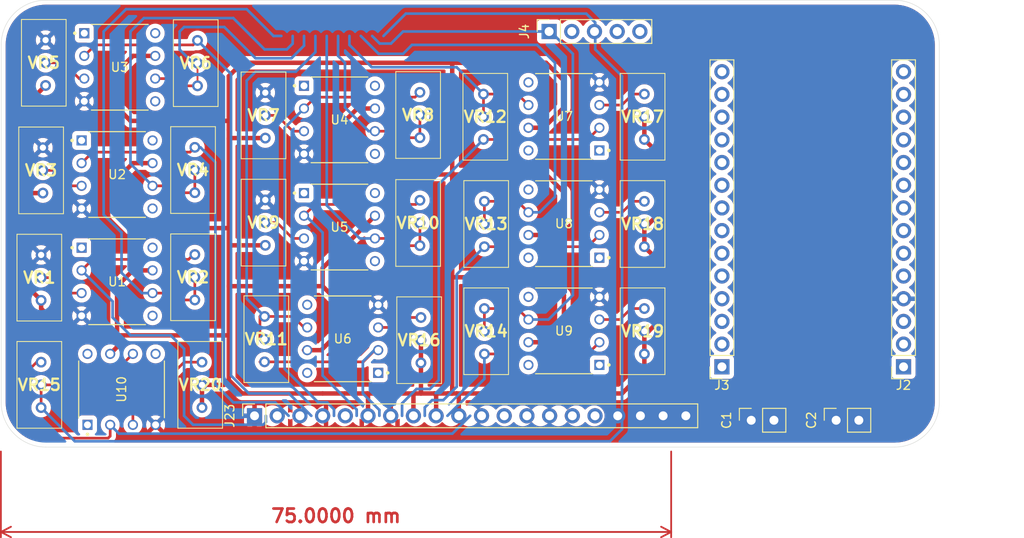
<source format=kicad_pcb>
(kicad_pcb (version 20240108) (generator "pcbnew") (generator_version "8.0")
  (layers (0 "F.Cu" signal) (31 "B.Cu" signal) (34 "B.Paste" user) (35 "F.Paste" user) (36 "B.SilkS" user "B.Silkscreen") (37 "F.SilkS" user "F.Silkscreen") (38 "B.Mask" user) (39 "F.Mask" user) (44 "Edge.Cuts" user))
  (net 0 "")
  (net 1 "+5V")
  (net 2 "GND")
  (net 5 "Net-(U1-NON-INV_INPUT)")
  (net 8 "Net-(U2-NON-INV_INPUT)")
  (net 9 "Net-(U3-NON-INV_INPUT)")
  (net 12 "Net-(U4-NON-INV_INPUT)")
  (net 16 "Net-(U5-NON-INV_INPUT)")
  (net 28 "/A4")
  (net 29 "/A9")
  (net 30 "/A3")
  (net 31 "/A1")
  (net 32 "/A10")
  (net 33 "/A5")
  (net 34 "/A7")
  (net 35 "/A2")
  (net 36 "/A6")
  (net 37 "/A8")
  (net 38 "/Flex3")
  (net 39 "/Force4")
  (net 40 "/Force3")
  (net 41 "/Force1")
  (net 42 "/Force2")
  (net 43 "/Flex1")
  (net 44 "/Flex2")
  (net 45 "/Force5")
  (net 46 "/Flex5")
  (net 47 "/Flex4")
  (net 48 "Net-(U6-NON-INV_INPUT)")
  (net 49 "Net-(U7-NON-INV_INPUT)")
  (net 50 "Net-(U9-NON-INV_INPUT)")
  (net 51 "Net-(U10-NON-INV_INPUT)")
  (net 52 "Net-(U8-NON-INV_INPUT)")
  (footprint "KiCad:T93YA5K10" (layer "F.Cu") (at 154.3 108.04 180)
    (property "Reference" "VR14")
    (property "Value" "T93YA104KT20" (hide yes))
  )
  (footprint "KiCad:T93YA5K10" (layer "F.Cu") (at 104.3 102.04)
    (property "Reference" "VR1")
    (property "Value" "T93YA104KT20" (hide yes))
  )
  (footprint "AOP:DIP794W45P254L959H508Q8" (layer "F.Cu") (at 137.885 96.385)
    (property "Reference" "U5")
    (property "Value" "LM741CN_NOPB")
  )
  (footprint "KiCad:T93YA5K10" (layer "F.Cu") (at 154.2 84.04 180)
    (property "Reference" "VR12")
    (property "Value" "T93YA104KT20" (hide yes))
  )
  (footprint "KiCad:T93YA5K10" (layer "F.Cu") (at 146.685 83.845)
    (property "Reference" "VR8")
    (property "Value" "T93YA104KT20" (hide yes))
  )
  (footprint "AOP:DIP794W45P254L959H508Q8" (layer "F.Cu") (at 137.885 84.385)
    (property "Reference" "U4")
    (property "Value" "LM741CN_NOPB")
  )
  (footprint "KiCad:T93YA5K10" (layer "F.Cu") (at 104.8 78)
    (property "Reference" "VR5")
    (property "Value" "T93YA104KT20" (hide yes))
  )
  (footprint "AOP:DIP794W45P254L959H508Q8" (layer "F.Cu") (at 113.5 114.54 90)
    (property "Reference" "U10")
    (property "Value" "LM741CN_NOPB")
  )
  (footprint "KiCad:T93YA5K10" (layer "F.Cu") (at 104.3 114.04)
    (property "Reference" "VR15")
    (property "Value" "T93YA104KT20" (hide yes))
  )
  (footprint "KiCad:T93YA5K10" (layer "F.Cu") (at 104.5 90.04)
    (property "Reference" "VR3")
    (property "Value" "T93YA104KT20" (hide yes))
  )
  (footprint "AOP:DIP794W45P254L959H508Q8" (layer "F.Cu") (at 138.25 108.885 180)
    (property "Reference" "U6")
    (property "Value" "LM741CN_NOPB")
  )
  (footprint "AOP:DIP794W45P254L959H508Q8" (layer "F.Cu") (at 163 108 180)
    (property "Reference" "U9")
    (property "Value" "LM741CN_NOPB")
  )
  (footprint "KiCad:T93YA5K10" (layer "F.Cu") (at 121.5 102)
    (property "Reference" "VR2")
    (property "Value" "T93YA104KT20" (hide yes))
  )
  (footprint "AOP:DIP794W45P254L959H508Q8" (layer "F.Cu") (at 163 84 180)
    (property "Reference" "U7")
    (property "Value" "LM741CN_NOPB")
  )
  (footprint "KiCad:T93YA5K10" (layer "F.Cu") (at 146.8 109.04)
    (property "Reference" "VR16")
    (property "Value" "T93YA104KT20" (hide yes))
  )
  (footprint "KiCad:T93YA5K10" (layer "F.Cu") (at 171.8 108.04)
    (property "Reference" "VR19")
    (property "Value" "T93YA104KT20" (hide yes))
  )
  (footprint "KiCad:T93YA5K10" (layer "F.Cu") (at 129.7 108.925 180)
    (property "Reference" "VR11")
    (property "Value" "T93YA104KT20" (hide yes))
  )
  (footprint "KiCad:T93YA5K10" (layer "F.Cu") (at 129.385 95.885)
    (property "Reference" "VR9")
    (property "Value" "T93YA104KT20" (hide yes))
  )
  (footprint "KiCad:T93YA5K10" (layer "F.Cu") (at 146.685 95.925)
    (property "Reference" "VR10")
    (property "Value" "T93YA104KT20" (hide yes))
  )
  (footprint "Connector_PinSocket_2.54mm:PinSocket_1x14_P2.54mm_Vertical" (layer "F.Cu") (at 201 112.02 180)
    (property "Reference" "J2")
    (property "Value" "Conn_01x14_Socket")
  )
  (footprint "KiCad:T93YA5K10" (layer "F.Cu") (at 122.3 114.04)
    (property "Reference" "VR20")
    (property "Value" "T93YA104KT20" (hide yes))
  )
  (footprint "Connector_PinSocket_2.54mm:PinSocket_1x14_P2.54mm_Vertical" (layer "F.Cu") (at 180.68 112.02 180)
    (property "Reference" "J3")
    (property "Value" "Conn_01x14_Socket")
  )
  (footprint "KiCad:T93YA5K10" (layer "F.Cu") (at 129.385 83.885)
    (property "Reference" "VR7")
    (property "Value" "T93YA104KT20" (hide yes))
  )
  (footprint "KiCad:T93YA5K10" (layer "F.Cu") (at 121.8 78.04)
    (property "Reference" "VR6")
    (property "Value" "T93YA104KT20" (hide yes))
  )
  (footprint "KiCad:T93YA5K10" (layer "F.Cu") (at 121.5 90)
    (property "Reference" "VR4")
    (property "Value" "T93YA104KT20" (hide yes))
  )
  (footprint "KiCad:T93YA5K10" (layer "F.Cu") (at 171.8 84.04)
    (property "Reference" "VR17")
    (property "Value" "T93YA104KT20" (hide yes))
  )
  (footprint "Connector_PinSocket_2.54mm:PinSocket_1x20_P2.54mm_Vertical" (layer "F.Cu") (at 128.38 117.5 90)
    (property "Reference" "J23")
    (property "Value" "Conn_01x20_Socket")
  )
  (footprint "AOP:DIP794W45P254L959H508Q8" (layer "F.Cu") (at 113.3 78.5)
    (property "Reference" "U3")
    (property "Value" "LM741CN_NOPB")
  )
  (footprint "KiCad:T93YA5K10" (layer "F.Cu") (at 171.8 96.04)
    (property "Reference" "VR18")
    (property "Value" "T93YA104KT20" (hide yes))
  )
  (footprint "Connector_PinSocket_2.54mm:PinSocket_1x05_P2.54mm_Vertical" (layer "F.Cu") (at 161.34 74.5 90)
    (property "Reference" "J4")
    (property "Value" "Conn_01x05_Socket")
  )
  (footprint "Connector_PinSocket_2.54mm:PinSocket_1x02_P2.54mm_Vertical" (layer "F.Cu") (at 183.96 118 90)
    (property "Reference" "C1")
    (property "Value" "10uF")
  )
  (footprint "AOP:DIP794W45P254L959H508Q8" (layer "F.Cu") (at 113 102.5)
    (property "Reference" "U1")
    (property "Value" "LM741CN_NOPB")
  )
  (footprint "KiCad:T93YA5K10" (layer "F.Cu") (at 154.3 96.04 180)
    (property "Reference" "VR13")
    (property "Value" "T93YA104KT20" (hide yes))
  )
  (footprint "AOP:DIP794W45P254L959H508Q8" (layer "F.Cu") (at 163 96 180)
    (property "Reference" "U8")
    (property "Value" "LM741CN_NOPB")
  )
  (footprint "Connector_PinSocket_2.54mm:PinSocket_1x02_P2.54mm_Vertical" (layer "F.Cu") (at 193.46 118 90)
    (property "Reference" "C2")
    (property "Value" "100nF")
  )
  (footprint "AOP:DIP794W45P254L959H508Q8" (layer "F.Cu") (at 113 90.5)
    (property "Reference" "U2")
    (property "Value" "LM741CN_NOPB")
  )
  (gr_line (start 105.035534 121) (end 200 121) (stroke (width 0.05)) (layer "Edge.Cuts"))
  (gr_line (start 200 71) (end 105.035534 71) (stroke (width 0.05)) (layer "Edge.Cuts"))
  (gr_arc (start 200 71) (mid 203.535534 72.464466) (end 205 76) (stroke (width 0.05)) (layer "Edge.Cuts"))
  (gr_line (start 100.035534 116) (end 100.035534 76) (stroke (width 0.05)) (layer "Edge.Cuts"))
  (gr_arc (start 100.035534 76) (mid 101.5 72.464466) (end 105.035534 71) (stroke (width 0.05)) (layer "Edge.Cuts"))
  (gr_arc (start 105.035534 121) (mid 101.5 119.535534) (end 100.035534 116) (stroke (width 0.05)) (layer "Edge.Cuts"))
  (gr_line (start 205 76) (end 205 116) (stroke (width 0.05)) (layer "Edge.Cuts"))
  (gr_arc (start 205 116) (mid 203.535534 119.535534) (end 200 121) (stroke (width 0.05)) (layer "Edge.Cuts"))
  (dimension (type aligned) (layer "F.Cu") (pts (xy 100 121) (xy 175 121)) (height 9.5) (gr_text "75,0000 mm" (at 137.5 128.7 0) (layer "F.Cu") (effects (font (size 1.5 1.5) (thickness 0.3)))) (format (prefix "") (suffix "") (units 3) (units_format 1) (precision 4)) (style (thickness 0.2) (arrow_length 1.27) (text_position_mode 0) (extension_height 0.58642) (extension_offset 0.5) keep_text_aligned))
  (segment (start 125.5 113.5) (end 127 115) (width 0.5) (layer "F.Cu") (net 1))
  (segment (start 161 90.5) (end 163 92.5) (width 0.5) (layer "F.Cu") (net 1))
  (segment (start 138 108) (end 138 105) (width 0.5) (layer "F.Cu") (net 1))
  (segment (start 136 103) (end 125.5 103) (width 0.5) (layer "F.Cu") (net 1))
  (segment (start 172 86.58) (end 172 84.04) (width 0.5) (layer "F.Cu") (net 1))
  (segment (start 114.77 77.23) (end 113 79) (width 0.5) (layer "F.Cu") (net 1))
  (segment (start 105 80.54) (end 102.5 83.04) (width 0.5) (layer "F.Cu") (net 1))
  (segment (start 113 79) (end 113 83) (width 0.5) (layer "F.Cu") (net 1))
  (segment (start 174 88.58) (end 174 94.52) (width 0.5) (layer "F.Cu") (net 1))
  (segment (start 141.855 95.115) (end 136 100.97) (width 0.5) (layer "F.Cu") (net 1))
  (segment (start 136 115) (end 138.5 115) (width 0.5) (layer "F.Cu") (net 1))
  (segment (start 125.5 79.5) (end 127 78) (width 0.5) (layer "F.Cu") (net 1))
  (segment (start 172.48 96.04) (end 172 96.04) (width 0.5) (layer "F.Cu") (net 1))
  (segment (start 150.5 115) (end 150.5 102) (width 0.5) (layer "F.Cu") (net 1))
  (segment (start 107.5 108.5) (end 125.5 108.5) (width 0.5) (layer "F.Cu") (net 1))
  (segment (start 114.77 89.23) (end 113 91) (width 0.5) (layer "F.Cu") (net 1))
  (segment (start 112.23 110.57) (end 113 109.8) (width 0.5) (layer "F.Cu") (net 1))
  (segment (start 150.5 90.5) (end 161 90.5) (width 0.5) (layer "F.Cu") (net 1))
  (segment (start 163 107.5) (end 161.23 109.27) (width 0.5) (layer "F.Cu") (net 1))
  (segment (start 147 115) (end 148.5 115) (width 0.5) (layer "F.Cu") (net 1))
  (segment (start 148.7 117.5) (end 148.7 115.2) (width 0.5) (layer "F.Cu") (net 1))
  (segment (start 102.5 102.58) (end 102.5 102) (width 0.5) (layer "F.Cu") (net 1))
  (segment (start 138 105) (end 136 103) (width 0.5) (layer "F.Cu") (net 1))
  (segment (start 151.24 115.24) (end 151 115) (width 0.5) (layer "F.Cu") (net 1))
  (segment (start 172 98.58) (end 172 96.04) (width 0.5) (layer "F.Cu") (net 1))
  (segment (start 148 78) (end 161 78) (width 0.5) (layer "F.Cu") (net 1))
  (segment (start 125.5 96.5) (end 114.5 96.5) (width 0.5) (layer "F.Cu") (net 1))
  (segment (start 124.96 114.04) (end 125.5 113.5) (width 0.5) (layer "F.Cu") (net 1))
  (segment (start 102.5 92.5) (end 102.58 92.58) (width 0.5) (layer "F.Cu") (net 1))
  (segment (start 113 91) (end 113 95) (width 0.5) (layer "F.Cu") (net 1))
  (segment (start 150 115) (end 150.5 115) (width 0.5) (layer "F.Cu") (net 1))
  (segment (start 125.5 96.5) (end 125.5 103) (width 0.5) (layer "F.Cu") (net 1))
  (segment (start 122.5 114.04) (end 124.96 114.04) (width 0.5) (layer "F.Cu") (net 1))
  (segment (start 136 100.97) (end 136 103) (width 0.5) (layer "F.Cu") (net 1))
  (segment (start 160.73 85.27) (end 159.03 85.27) (width 0.5) (layer "F.Cu") (net 1))
  (segment (start 102.58 92.58) (end 104.7 92.58) (width 0.5) (layer "F.Cu") (net 1))
  (segment (start 174 94.52) (end 172.48 96.04) (width 0.5) (layer "F.Cu") (net 1))
  (segment (start 139.885 83.115) (end 138 85) (width 0.5) (layer "F.Cu") (net 1))
  (segment (start 104.5 105.5) (end 107.5 108.5) (width 0.5) (layer "F.Cu") (net 1))
  (segment (start 147 111.58) (end 147 115) (width 0.5) (layer "F.Cu") (net 1))
  (segment (start 139.5 90.5) (end 150.5 90.5) (width 0.5) (layer "F.Cu") (net 1))
  (segment (start 151.24 117.5) (end 151.24 115.24) (width 0.5) (layer "F.Cu") (net 1))
  (segment (start 114.5 84.5) (end 125.5 84.5) (width 0.5) (layer "F.Cu") (net 1))
  (segment (start 172 110.58) (end 172 108.04) (width 0.5) (layer "F.Cu") (net 1))
  (segment (start 172.48 108.04) (end 172 108.04) (width 0.5) (layer "F.Cu") (net 1))
  (segment (start 117.27 77.23) (end 114.77 77.23) (width 0.5) (layer "F.Cu") (net 1))
  (segment (start 143.5 115) (end 146 115) (width 0.5) (layer "F.Cu") (net 1))
  (segment (start 146.16 117.5) (end 146.16 115.16) (width 0.5) (layer "F.Cu") (net 1))
  (segment (start 141.08 117.5) (end 141.08 115.08) (width 0.5) (layer "F.Cu") (net 1))
  (segment (start 114.77 101.23) (end 113 103) (width 0.5) (layer "F.Cu") (net 1))
  (segment (start 141 115) (end 143.5 115) (width 0.5) (layer "F.Cu") (net 1))
  (segment (start 129.585 86.425) (end 125.575 86.425) (width 0.5) (layer "F.Cu") (net 1))
  (segment (start 172 86.58) (end 174 88.58) (width 0.5) (layer "F.Cu") (net 1))
  (segment (start 163 83) (end 160.73 85.27) (width 0.5) (layer "F.Cu") (net 1))
  (segment (start 113 109.8) (end 113 103) (width 0.5) (layer "F.Cu") (net 1))
  (segment (start 161 102) (end 163 104) (width 0.5) (layer "F.Cu") (net 1))
  (segment (start 158.65 109.27) (end 159.03 109.27) (width 0.2) (layer "F.Cu") (net 1))
  (segment (start 125.575 86.425) (end 125.5 86.5) (width 0.5) (layer "F.Cu") (net 1))
  (segment (start 125.5 103) (end 125.5 113.5) (width 0.5) (layer "F.Cu") (net 1))
  (segment (start 161.23 97.27) (end 159.03 97.27) (width 0.5) (layer "F.Cu") (net 1))
  (segment (start 146.16 115.16) (end 146 115) (width 0.5) (layer "F.Cu") (net 1))
  (segment (start 122.5 116.58) (end 122.5 114.04) (width 0.5) (layer "F.Cu") (net 1))
  (segment (start 143.62 115.12) (end 143.5 115) (width 0.5) (layer "F.Cu") (net 1))
  (segment (start 135.845 110.155) (end 138 108) (width 0.5) (layer "F.Cu") (net 1))
  (segment (start 138.5 115) (end 141 115) (width 0.5) (layer "F.Cu") (net 1))
  (segment (start 148.7 115.2) (end 148.5 115) (width 0.5) (layer "F.Cu") (net 1))
  (segment (start 190.555 114.5) (end 174 114.5) (width 0.5) (layer "F.Cu") (net 1))
  (segment (start 141.855 83.115) (end 139.885 83.115) (width 0.5) (layer "F.Cu") (net 1))
  (segment (start 163 80) (end 163 83) (width 0.5) (layer "F.Cu") (net 1))
  (segment (start 148.5 115) (end 150 115) (width 0.5) (layer "F.Cu") (net 1))
  (segment (start 172 112.5) (end 169.5 115) (width 0.5) (layer "F.Cu") (net 1))
  (segment (start 143.62 117.5) (end 143.62 115.12) (width 0.5) (layer "F.Cu") (net 1))
  (segment (start 163 92.5) (end 163 95.5) (width 0.5) (layer "F.Cu") (net 1))
  (segment (start 147 111.58) (end 147 109.04) (width 0.5) (layer "F.Cu") (net 1))
  (segment (start 150.5 90.5) (end 150.5 78) (width 0.5) (layer "F.Cu") (net 1))
  (segment (start 174 100.58) (end 174 106.52) (width 0.5) (layer "F.Cu") (net 1))
  (segment (start 104.5 104.58) (end 102.5 102.58) (width 0.5) (layer "F.Cu") (net 1))
  (segment (start 150.5 102) (end 150.5 90.5) (width 0.5) (layer "F.Cu") (net 1))
  (segment (start 151 115) (end 150 115) (width 0.5) (layer "F.Cu") (net 1))
  (segment (start 129.585 98.425) (end 125.575 98.425) (width 0.5) (layer "F.Cu") (net 1))
  (segment (start 161 78) (end 163 80) (width 0.5) (layer "F.Cu") (net 1))
  (segment (start 104.5 104.58) (end 104.5 105.5) (width 0.5) (layer "F.Cu") (net 1))
  (segment (start 163 104) (end 163 107.5) (width 0.5) (layer "F.Cu") (net 1))
  (segment (start 169.5 115) (end 151 115) (width 0.5) (layer "F.Cu") (net 1))
  (segment (start 113 95) (end 114.5 96.5) (width 0.5) (layer "F.Cu") (net 1))
  (segment (start 138 85) (end 138 89) (width 0.5) (layer "F.Cu") (net 1))
  (segment (start 172 98.58) (end 174 100.58) (width 0.5) (layer "F.Cu") (net 1))
  (segment (start 172 110.58) (end 172 112.5) (width 0.5) (layer "F.Cu") (net 1))
  (segment (start 125.5 85.5) (end 125.5 86.5) (width 0.5) (layer "F.Cu") (net 1))
  (segment (start 174 114.5) (end 172 112.5) (width 0.5) (layer "F.Cu") (net 1))
  (segment (start 127 78) (end 148 78) (width 0.5) (layer "F.Cu") (net 1))
  (segment (start 150.5 102) (end 161 102) (width 0.5) (layer "F.Cu") (net 1))
  (segment (start 138 89) (end 139.5 90.5) (width 0.5) (layer "F.Cu") (net 1))
  (segment (start 161.23 109.27) (end 159.03 109.27) (width 0.5) (layer "F.Cu") (net 1))
  (segment (start 102.5 83.04) (end 102.5 102.34) (width 0.5) (layer "F.Cu") (net 1))
  (segment (start 163 95.5) (end 161.23 97.27) (width 0.5) (layer "F.Cu") (net 1))
  (segment (start 116.97 89.23) (end 114.77 89.23) (width 0.5) (layer "F.Cu") (net 1))
  (segment (start 125.5 85.5) (end 125.5 79.5) (width 0.5) (layer "F.Cu") (net 1))
  (segment (start 141.08 115.08) (end 141 115) (width 0.5) (layer "F.Cu") (net 1))
  (segment (start 113 83) (end 114.5 84.5) (width 0.5) (layer "F.Cu") (net 1))
  (segment (start 133.915 110.155) (end 135.845 110.155) (width 0.5) (layer "F.Cu") (net 1))
  (segment (start 102.5 102.34) (end 102.5 102) (width 0.2) (layer "F.Cu") (net 1))
  (segment (start 116.97 101.23) (end 114.77 101.23) (width 0.5) (layer "F.Cu") (net 1))
  (segment (start 174 106.52) (end 172.48 108.04) (width 0.5) (layer "F.Cu") (net 1))
  (segment (start 146 115) (end 147 115) (width 0.5) (layer "F.Cu") (net 1))
  (segment (start 125.5 86.5) (end 125.5 96.5) (width 0.5) (layer "F.Cu") (net 1))
  (segment (start 127 115) (end 136 115) (width 0.5) (layer "F.Cu") (net 1))
  (segment (start 106.04 102.04) (end 107.77 103.77) (width 0.3) (layer "F.Cu") (net 5))
  (segment (start 107.77 103.77) (end 109.03 103.77) (width 0.3) (layer "F.Cu") (net 5))
  (segment (start 104.5 102.04) (end 106.04 102.04) (width 0.3) (layer "F.Cu") (net 5))
  (segment (start 107.77 91.77) (end 109.03 91.77) (width 0.3) (layer "F.Cu") (net 8))
  (segment (start 106.04 90.04) (end 107.77 91.77) (width 0.3) (layer "F.Cu") (net 8))
  (segment (start 104.7 90.04) (end 106.04 90.04) (width 0.3) (layer "F.Cu") (net 8))
  (segment (start 105 78) (end 107 78) (width 0.3) (layer "F.Cu") (net 9))
  (segment (start 107 78) (end 108.77 79.77) (width 0.3) (layer "F.Cu") (net 9))
  (segment (start 108.77 79.77) (end 109.33 79.77) (width 0.3) (layer "F.Cu") (net 9))
  (segment (start 132.655 85.655) (end 133.915 85.655) (width 0.3) (layer "F.Cu") (net 12))
  (segment (start 130.885 83.885) (end 132.655 85.655) (width 0.3) (layer "F.Cu") (net 12))
  (segment (start 129.585 83.885) (end 130.885 83.885) (width 0.3) (layer "F.Cu") (net 12))
  (segment (start 130.885 95.885) (end 132.655 97.655) (width 0.3) (layer "F.Cu") (net 16))
  (segment (start 129.585 95.885) (end 130.885 95.885) (width 0.3) (layer "F.Cu") (net 16))
  (segment (start 132.655 97.655) (end 133.915 97.655) (width 0.3) (layer "F.Cu") (net 16))
  (segment (start 144.385 86.385) (end 146.885 86.385) (width 0.3) (layer "F.Cu") (net 28))
  (segment (start 141.855 85.655) (end 143.655 85.655) (width 0.3) (layer "F.Cu") (net 28))
  (segment (start 146.885 86.385) (end 146.885 83.845) (width 0.3) (layer "F.Cu") (net 28))
  (segment (start 143.655 85.655) (end 144.385 86.385) (width 0.3) (layer "F.Cu") (net 28))
  (segment (start 138.5 78) (end 138.5 83) (width 0.3) (layer "B.Cu") (net 28))
  (segment (start 141.155 85.655) (end 141.855 85.655) (width 0.3) (layer "B.Cu") (net 28))
  (segment (start 137.73 75) (end 137.73 77.23) (width 0.3) (layer "B.Cu") (net 28))
  (segment (start 138.5 83) (end 141.155 85.655) (width 0.3) (layer "B.Cu") (net 28))
  (segment (start 137.73 77.23) (end 138.5 78) (width 0.3) (layer "B.Cu") (net 28))
  (segment (start 157.8 105.5) (end 159.03 106.73) (width 0.3) (layer "F.Cu") (net 29))
  (segment (start 154.1 105.5) (end 157.8 105.5) (width 0.3) (layer "F.Cu") (net 29))
  (segment (start 154.1 108.04) (end 154.1 105.5) (width 0.3) (layer "F.Cu") (net 29))
  (segment (start 142.39 75.85) (end 143.65 75.85) (width 0.3) (layer "B.Cu") (net 29))
  (segment (start 164 77) (end 164 104) (width 0.3) (layer "B.Cu") (net 29))
  (segment (start 145 74.5) (end 161.5 74.5) (width 0.3) (layer "B.Cu") (net 29))
  (segment (start 161.5 74.5) (end 164 77) (width 0.3) (layer "B.Cu") (net 29))
  (segment (start 164 104) (end 161.27 106.73) (width 0.3) (layer "B.Cu") (net 29))
  (segment (start 141.54 75) (end 142.39 75.85) (width 0.3) (layer "B.Cu") (net 29))
  (segment (start 143.65 75.85) (end 145 74.5) (width 0.3) (layer "B.Cu") (net 29))
  (segment (start 161.27 106.73) (end 159.03 106.73) (width 0.3) (layer "B.Cu") (net 29))
  (segment (start 117.27 79.77) (end 118.77 79.77) (width 0.3) (layer "F.Cu") (net 30))
  (segment (start 118.77 79.77) (end 119.58 80.58) (width 0.3) (layer "F.Cu") (net 30))
  (segment (start 119.58 80.58) (end 122 80.58) (width 0.3) (layer "F.Cu") (net 30))
  (segment (start 122 78.04) (end 122 80.58) (width 0.2) (layer "F.Cu") (net 30))
  (segment (start 132.5 77.5) (end 128.5 77.5) (width 0.3) (layer "B.Cu") (net 30))
  (segment (start 121.52 78.04) (end 122 78.04) (width 0.3) (layer "B.Cu") (net 30))
  (segment (start 120.5 74) (end 120 74.5) (width 0.3) (layer "B.Cu") (net 30))
  (segment (start 120 76.52) (end 121.52 78.04) (width 0.3) (layer "B.Cu") (net 30))
  (segment (start 120 74.5) (end 120 76.52) (width 0.3) (layer "B.Cu") (net 30))
  (segment (start 128.5 77.5) (end 125 74) (width 0.3) (layer "B.Cu") (net 30))
  (segment (start 133.92 76.08) (end 132.5 77.5) (width 0.3) (layer "B.Cu") (net 30))
  (segment (start 133.92 75) (end 133.92 76.08) (width 0.3) (layer "B.Cu") (net 30))
  (segment (start 125 74) (end 120.5 74) (width 0.3) (layer "B.Cu") (net 30))
  (segment (start 121.7 104.54) (end 119.54 104.54) (width 0.3) (layer "F.Cu") (net 31))
  (segment (start 119.54 104.54) (end 118.77 103.77) (width 0.3) (layer "F.Cu") (net 31))
  (segment (start 118.77 103.77) (end 116.97 103.77) (width 0.3) (layer "F.Cu") (net 31))
  (segment (start 121.7 102) (end 121.7 104.54) (width 0.3) (layer "F.Cu") (net 31))
  (segment (start 113.5 101.5) (end 113.5 97) (width 0.3) (layer "B.Cu") (net 31))
  (segment (start 114 72) (end 127.5 72) (width 0.3) (layer "B.Cu") (net 31))
  (segment (start 111.5 95) (end 111.5 74.5) (width 0.3) (layer "B.Cu") (net 31))
  (segment (start 111.5 74.5) (end 114 72) (width 0.3) (layer "B.Cu") (net 31))
  (segment (start 130.5 75) (end 131.38 75) (width 0.3) (layer "B.Cu") (net 31))
  (segment (start 116.97 103.77) (end 115.77 103.77) (width 0.3) (layer "B.Cu") (net 31))
  (segment (start 127.5 72) (end 130.5 75) (width 0.3) (layer "B.Cu") (net 31))
  (segment (start 115.77 103.77) (end 113.5 101.5) (width 0.3) (layer "B.Cu") (net 31))
  (segment (start 113.5 97) (end 111.5 95) (width 0.3) (layer "B.Cu") (net 31))
  (segment (start 104.5 114.04) (end 104.5 116.58) (width 0.3) (layer "F.Cu") (net 32))
  (segment (start 104.5 114.04) (end 111.3 114.04) (width 0.3) (layer "F.Cu") (net 32))
  (segment (start 111.3 114.04) (end 114.77 110.57) (width 0.3) (layer "F.Cu") (net 32))
  (segment (start 169.5 119) (end 168.15 120.35) (width 0.3) (layer "B.Cu") (net 32))
  (segment (start 142.81 75) (end 145.31 72.5) (width 0.3) (layer "B.Cu") (net 32))
  (segment (start 145.31 72.5) (end 165.5 72.5) (width 0.3) (layer "B.Cu") (net 32))
  (segment (start 168.15 120.35) (end 108.27 120.35) (width 0.3) (layer "B.Cu") (net 32))
  (segment (start 166.5 76.5) (end 169.5 79.5) (width 0.3) (layer "B.Cu") (net 32))
  (segment (start 169.5 79.5) (end 169.5 119) (width 0.3) (layer "B.Cu") (net 32))
  (segment (start 166.5 73.5) (end 166.5 76.5) (width 0.3) (layer "B.Cu") (net 32))
  (segment (start 108.27 120.35) (end 104.5 116.58) (width 0.3) (layer "B.Cu") (net 32))
  (segment (start 165.5 72.5) (end 166.5 73.5) (width 0.3) (layer "B.Cu") (net 32))
  (segment (start 144.465 98.465) (end 143.655 97.655) (width 0.3) (layer "F.Cu") (net 33))
  (segment (start 143.655 97.655) (end 141.855 97.655) (width 0.3) (layer "F.Cu") (net 33))
  (segment (start 146.885 98.465) (end 144.465 98.465) (width 0.3) (layer "F.Cu") (net 33))
  (segment (start 146.885 95.925) (end 146.885 98.465) (width 0.3) (layer "F.Cu") (net 33))
  (segment (start 136.46 75) (end 136.46 93.96) (width 0.3) (layer "B.Cu") (net 33))
  (segment (start 140.155 97.655) (end 141.855 97.655) (width 0.3) (layer "B.Cu") (net 33))
  (segment (start 136.46 93.96) (end 140.155 97.655) (width 0.3) (layer "B.Cu") (net 33))
  (segment (start 159.03 82.73) (end 157.8 81.5) (width 0.3) (layer "F.Cu") (net 34))
  (segment (start 154 84.04) (end 154 81.5) (width 0.3) (layer "F.Cu") (net 34))
  (segment (start 157.8 81.5) (end 154 81.5) (width 0.3) (layer "F.Cu") (net 34))
  (segment (start 151 78.5) (end 154 81.5) (width 0.3) (layer "B.Cu") (net 34))
  (segment (start 141.5 78.5) (end 151 78.5) (width 0.3) (layer "B.Cu") (net 34))
  (segment (start 139 75) (end 139 76) (width 0.3) (layer "B.Cu") (net 34))
  (segment (start 139 76) (end 141.5 78.5) (width 0.3) (layer "B.Cu") (net 34))
  (segment (start 118.77 91.77) (end 116.97 91.77) (width 0.3) (layer "F.Cu") (net 35))
  (segment (start 119.54 92.54) (end 118.77 91.77) (width 0.3) (layer "F.Cu") (net 35))
  (segment (start 121.7 92.54) (end 121.7 90) (width 0.3) (layer "F.Cu") (net 35))
  (segment (start 121.7 92.54) (end 119.54 92.54) (width 0.3) (layer "F.Cu") (net 35))
  (segment (start 116.97 91.77) (end 114.5 89.3) (width 0.3) (layer "B.Cu") (net 35))
  (segment (start 132.65 75) (end 132.65 75.35) (width 0.2) (layer "B.Cu") (net 35))
  (segment (start 132 76.5) (end 132.65 75.85) (width 0.3) (layer "B.Cu") (net 35))
  (segment (start 132.65 75.85) (end 132.65 75) (width 0.3) (layer "B.Cu") (net 35))
  (segment (start 114.5 89.3) (end 114.5 74.5) (width 0.3) (layer "B.Cu") (net 35))
  (segment (start 129.5 76.5) (end 132 76.5) (width 0.3) (layer "B.Cu") (net 35))
  (segment (start 114.5 74.5) (end 116 73) (width 0.3) (layer "B.Cu") (net 35))
  (segment (start 126 73) (end 129.5 76.5) (width 0.3) (layer "B.Cu") (net 35))
  (segment (start 116 73) (end 126 73) (width 0.3) (layer "B.Cu") (net 35))
  (segment (start 128.985 108.925) (end 128.985 106.385) (width 0.3) (layer "F.Cu") (net 36))
  (segment (start 128.985 106.385) (end 132.685 106.385) (width 0.3) (layer "F.Cu") (net 36))
  (segment (start 132.685 106.385) (end 133.915 107.615) (width 0.3) (layer "F.Cu") (net 36))
  (segment (start 135.19 75) (end 135.19 76.81) (width 0.3) (layer "B.Cu") (net 36))
  (segment (start 133 79) (end 128.5 79) (width 0.3) (layer "B.Cu") (net 36))
  (segment (start 127.5 80) (end 127.5 104.385) (width 0.3) (layer "B.Cu") (net 36))
  (segment (start 127.5 104.385) (end 129.5 106.385) (width 0.3) (layer "B.Cu") (net 36))
  (segment (start 128.5 79) (end 127.5 80) (width 0.3) (layer "B.Cu") (net 36))
  (segment (start 135.19 76.81) (end 133 79) (width 0.3) (layer "B.Cu") (net 36))
  (segment (start 154.1 93.5) (end 157.8 93.5) (width 0.3) (layer "F.Cu") (net 37))
  (segment (start 154.1 96.04) (end 154.1 93.5) (width 0.3) (layer "F.Cu") (net 37))
  (segment (start 157.8 93.5) (end 159.03 94.73) (width 0.3) (layer "F.Cu") (net 37))
  (segment (start 140.27 75) (end 142.27 77) (width 0.3) (layer "B.Cu") (net 37))
  (segment (start 142.27 77) (end 145 77) (width 0.3) (layer "B.Cu") (net 37))
  (segment (start 160.27 94.73) (end 159.03 94.73) (width 0.3) (layer "B.Cu") (net 37))
  (segment (start 160 76) (end 162 78) (width 0.3) (layer "B.Cu") (net 37))
  (segment (start 162 78) (end 162 93) (width 0.3) (layer "B.Cu") (net 37))
  (segment (start 146 76) (end 160 76) (width 0.3) (layer "B.Cu") (net 37))
  (segment (start 162 93) (end 160.27 94.73) (width 0.3) (layer "B.Cu") (net 37))
  (segment (start 145 77) (end 146 76) (width 0.3) (layer "B.Cu") (net 37))
  (segment (start 166.97 97.27) (end 165.66 98.58) (width 0.3) (layer "F.Cu") (net 38))
  (segment (start 165.66 98.58) (end 154.1 98.58) (width 0.3) (layer "F.Cu") (net 38))
  (segment (start 153.92 98.58) (end 154.1 98.58) (width 0.2) (layer "B.Cu") (net 38))
  (segment (start 149.5 115.75) (end 148.25 115.75) (width 0.3) (layer "B.Cu") (net 38))
  (segment (start 151 114.25) (end 149.5 115.75) (width 0.3) (layer "B.Cu") (net 38))
  (segment (start 154.1 98.58) (end 151 101.68) (width 0.3) (layer "B.Cu") (net 38))
  (segment (start 151 101.68) (end 151 114.25) (width 0.3) (layer "B.Cu") (net 38))
  (segment (start 148.25 115.75) (end 147.43 116.57) (width 0.3) (layer "B.Cu") (net 38))
  (segment (start 147.43 116.57) (end 147.43 117.5) (width 0.3) (layer "B.Cu") (net 38))
  (segment (start 146.19 81.85) (end 135.18 81.85) (width 0.3) (layer "F.Cu") (net 39))
  (segment (start 146.34 81.85) (end 146.19 81.85) (width 0.3) (layer "F.Cu") (net 39))
  (segment (start 146.885 81.305) (end 146.34 81.85) (width 0.3) (layer "F.Cu") (net 39))
  (segment (start 135.18 81.85) (end 133.915 83.115) (width 0.3) (layer "F.Cu") (net 39))
  (segment (start 131.75 85.28) (end 133.915 83.115) (width 0.3) (layer "B.Cu") (net 39))
  (segment (start 135.5 116) (end 132 112.5) (width 0.3) (layer "B.Cu") (net 39))
  (segment (start 137.27 117.5) (end 137.27 116.77) (width 0.3) (layer "B.Cu") (net 39))
  (segment (start 132 112.5) (end 131.75 112.25) (width 0.3) (layer "B.Cu") (net 39))
  (segment (start 137.27 116.77) (end 136.5 116) (width 0.3) (layer "B.Cu") (net 39))
  (segment (start 136.5 116) (end 135.5 116) (width 0.3) (layer "B.Cu") (net 39))
  (segment (start 131.75 112.25) (end 131.75 85.28) (width 0.3) (layer "B.Cu") (net 39))
  (segment (start 110.56 76) (end 121.5 76) (width 0.3) (layer "F.Cu") (net 40))
  (segment (start 109.33 77.23) (end 110.56 76) (width 0.3) (layer "F.Cu") (net 40))
  (segment (start 121.5 76) (end 122 75.5) (width 0.3) (layer "F.Cu") (net 40))
  (segment (start 134.73 117.5) (end 132.23 115) (width 0.3) (layer "B.Cu") (net 40))
  (segment (start 125.75 113) (end 125.75 79.25) (width 0.3) (layer "B.Cu") (net 40))
  (segment (start 127.75 115) (end 125.75 113) (width 0.3) (layer "B.Cu") (net 40))
  (segment (start 132.23 115) (end 127.75 115) (width 0.3) (layer "B.Cu") (net 40))
  (segment (start 125.75 79.25) (end 122 75.5) (width 0.3) (layer "B.Cu") (net 40))
  (segment (start 121 100) (end 110.26 100) (width 0.3) (layer "F.Cu") (net 41))
  (segment (start 121.54 99.46) (end 121 100) (width 0.3) (layer "F.Cu") (net 41))
  (segment (start 110.26 100) (end 109.03 101.23) (width 0.3) (layer "F.Cu") (net 41))
  (segment (start 121.7 99.46) (end 121.54 99.46) (width 0.3) (layer "F.Cu") (net 41))
  (segment (start 120.5 117.5) (end 120.5 110) (width 0.3) (layer "B.Cu") (net 41))
  (segment (start 120.5 110) (end 119 108.5) (width 0.3) (layer "B.Cu") (net 41))
  (segment (start 129.65 118.207106) (end 129.357106 118.5) (width 0.3) (layer "B.Cu") (net 41))
  (segment (start 114.5 108.5) (end 112.5 106.5) (width 0.3) (layer "B.Cu") (net 41))
  (segment (start 119 108.5) (end 114.5 108.5) (width 0.3) (layer "B.Cu") (net 41))
  (segment (start 129.357106 118.5) (end 121.5 118.5) (width 0.3) (layer "B.Cu") (net 41))
  (segment (start 121.5 118.5) (end 120.5 117.5) (width 0.3) (layer "B.Cu") (net 41))
  (segment (start 112.5 106.5) (end 112.5 104.7) (width 0.3) (layer "B.Cu") (net 41))
  (segment (start 129.65 117.5) (end 129.65 118.207106) (width 0.3) (layer "B.Cu") (net 41))
  (segment (start 112.5 104.7) (end 109.03 101.23) (width 0.3) (layer "B.Cu") (net 41))
  (segment (start 110.26 88) (end 121.16 88) (width 0.3) (layer "F.Cu") (net 42))
  (segment (start 109.03 89.23) (end 110.26 88) (width 0.3) (layer "F.Cu") (net 42))
  (segment (start 121.16 88) (end 121.7 87.46) (width 0.3) (layer "F.Cu") (net 42))
  (segment (start 124 114) (end 124 89.13) (width 0.3) (layer "B.Cu") (net 42))
  (segment (start 122.33 87.46) (end 121.7 87.46) (width 0.3) (layer "B.Cu") (net 42))
  (segment (start 126 116) (end 124 114) (width 0.3) (layer "B.Cu") (net 42))
  (segment (start 124 89.13) (end 122.33 87.46) (width 0.3) (layer "B.Cu") (net 42))
  (segment (start 130.69 116) (end 126 116) (width 0.3) (layer "B.Cu") (net 42))
  (segment (start 132.19 117.5) (end 130.69 116) (width 0.3) (layer "B.Cu") (net 42))
  (segment (start 140.545 111.465) (end 141.855 110.155) (width 0.3) (layer "F.Cu") (net 43))
  (segment (start 128.985 111.465) (end 140.545 111.465) (width 0.3) (layer "F.Cu") (net 43))
  (segment (start 141.7825 110.155) (end 142.22 110.155) (width 0.3) (layer "B.Cu") (net 43))
  (segment (start 140.5 115) (end 140.5 111.4375) (width 0.3) (layer "B.Cu") (net 43))
  (segment (start 142.35 117.5) (end 142.35 116.85) (width 0.3) (layer "B.Cu") (net 43))
  (segment (start 142.35 116.85) (end 140.5 115) (width 0.3) (layer "B.Cu") (net 43))
  (segment (start 140.5 111.4375) (end 141.7825 110.155) (width 0.3) (layer "B.Cu") (net 43))
  (segment (start 165.66 86.58) (end 154 86.58) (width 0.3) (layer "F.Cu") (net 44))
  (segment (start 166.97 85.27) (end 165.66 86.58) (width 0.3) (layer "F.Cu") (net 44))
  (segment (start 144.89 116.11) (end 146.5 114.5) (width 0.3) (layer "B.Cu") (net 44))
  (segment (start 149 91.58) (end 154 86.58) (width 0.3) (layer "B.Cu") (net 44))
  (segment (start 144.89 117.5) (end 144.89 116.11) (width 0.3) (layer "B.Cu") (net 44))
  (segment (start 149 113.5) (end 149 91.58) (width 0.3) (layer "B.Cu") (net 44))
  (segment (start 148 114.5) (end 149 113.5) (width 0.3) (layer "B.Cu") (net 44))
  (segment (start 146.5 114.5) (end 148 114.5) (width 0.3) (layer "B.Cu") (net 44))
  (segment (start 133.915 95.085) (end 133.915 95.115) (width 0.3) (layer "F.Cu") (net 45))
  (segment (start 146.42 93.85) (end 135.15 93.85) (width 0.3) (layer "F.Cu") (net 45))
  (segment (start 135.15 93.85) (end 133.915 95.085) (width 0.3) (layer "F.Cu") (net 45))
  (segment (start 146.885 93.385) (end 146.42 93.85) (width 0.3) (layer "F.Cu") (net 45))
  (segment (start 136 113) (end 136 97) (width 0.3) (layer "B.Cu") (net 45))
  (segment (start 134.115 95.115) (end 133.915 95.115) (width 0.2) (layer "B.Cu") (net 45))
  (segment (start 139.81 117.5) (end 139.81 116.81) (width 0.3) (layer "B.Cu") (net 45))
  (segment (start 136 97) (end 134.115 95.115) (width 0.3) (layer "B.Cu") (net 45))
  (segment (start 139.81 116.81) (end 136 113) (width 0.3) (layer "B.Cu") (net 45))
  (segment (start 102 117.5) (end 102 113.5) (width 0.3) (layer "F.Cu") (net 46))
  (segment (start 112.23 119.77) (end 112 120) (width 0.3) (layer "F.Cu") (net 46))
  (segment (start 112 120) (end 104.5 120) (width 0.3) (layer "F.Cu") (net 46))
  (segment (start 104.5 120) (end 102 117.5) (width 0.3) (layer "F.Cu") (net 46))
  (segment (start 104 111.5) (end 104.5 111.5) (width 0.3) (layer "F.Cu") (net 46))
  (segment (start 102 113.5) (end 104 111.5) (width 0.3) (layer "F.Cu") (net 46))
  (segment (start 112.23 118.51) (end 112.23 119.77) (width 0.3) (layer "F.Cu") (net 46))
  (segment (start 152.51 117.5) (end 150.51 119.5) (width 0.3) (layer "B.Cu") (net 46))
  (segment (start 112.23 118.27) (end 112.23 118.51) (width 0.2) (layer "B.Cu") (net 46))
  (segment (start 150.51 119.5) (end 113.22 119.5) (width 0.3) (layer "B.Cu") (net 46))
  (segment (start 113.22 119.5) (end 112.23 118.51) (width 0.3) (layer "B.Cu") (net 46))
  (segment (start 166.97 109.27) (end 165.66 110.58) (width 0.3) (layer "F.Cu") (net 47))
  (segment (start 165.66 110.58) (end 154.1 110.58) (width 0.3) (layer "F.Cu") (net 47))
  (segment (start 149.97 117.5) (end 154.1 113.37) (width 0.3) (layer "B.Cu") (net 47))
  (segment (start 154.1 113.37) (end 154.1 110.58) (width 0.3) (layer "B.Cu") (net 47))
  (segment (start 142.22 107.615) (end 144.385 107.615) (width 0.3) (layer "F.Cu") (net 48))
  (segment (start 145.5 106.5) (end 147 106.5) (width 0.3) (layer "F.Cu") (net 48))
  (segment (start 144.385 107.615) (end 145.5 106.5) (width 0.3) (layer "F.Cu") (net 48))
  (segment (start 170.7075 81.5) (end 172 81.5) (width 0.3) (layer "F.Cu") (net 49))
  (segment (start 166.97 82.73) (end 169.4775 82.73) (width 0.3) (layer "F.Cu") (net 49))
  (segment (start 169.4775 82.73) (end 170.7075 81.5) (width 0.3) (layer "F.Cu") (net 49))
  (segment (start 170.5 105.5) (end 172 105.5) (width 0.3) (layer "F.Cu") (net 50))
  (segment (start 172 105.5) (end 172.115 105.385) (width 0.5) (layer "F.Cu") (net 50))
  (segment (start 166.97 106.73) (end 169.27 106.73) (width 0.3) (layer "F.Cu") (net 50))
  (segment (start 169.27 106.73) (end 170.5 105.5) (width 0.3) (layer "F.Cu") (net 50))
  (segment (start 114.77 117.23) (end 120.5 111.5) (width 0.3) (layer "F.Cu") (net 51))
  (segment (start 120.5 111.5) (end 122.5 111.5) (width 0.3) (layer "F.Cu") (net 51))
  (segment (start 114.77 118.51) (end 114.77 117.23) (width 0.3) (layer "F.Cu") (net 51))
  (segment (start 169.52 94.73) (end 170.75 93.5) (width 0.3) (layer "F.Cu") (net 52))
  (segment (start 170.75 93.5) (end 172.25 93.5) (width 0.3) (layer "F.Cu") (net 52))
  (segment (start 166.97 94.73) (end 169.52 94.73) (width 0.3) (layer "F.Cu") (net 52))
  (zone (net 2) (net_name "GND") (layers "F&B.Cu") (connect_pads (clearance 0.5)) (min_thickness 0.25) (fill yes (thermal_gap 0.5) (thermal_bridge_width 0.5))
    (polygon (pts (xy 100 71) (xy 214.5 71) (xy 214.5 121) (xy 100 121)))
  )
)
</source>
